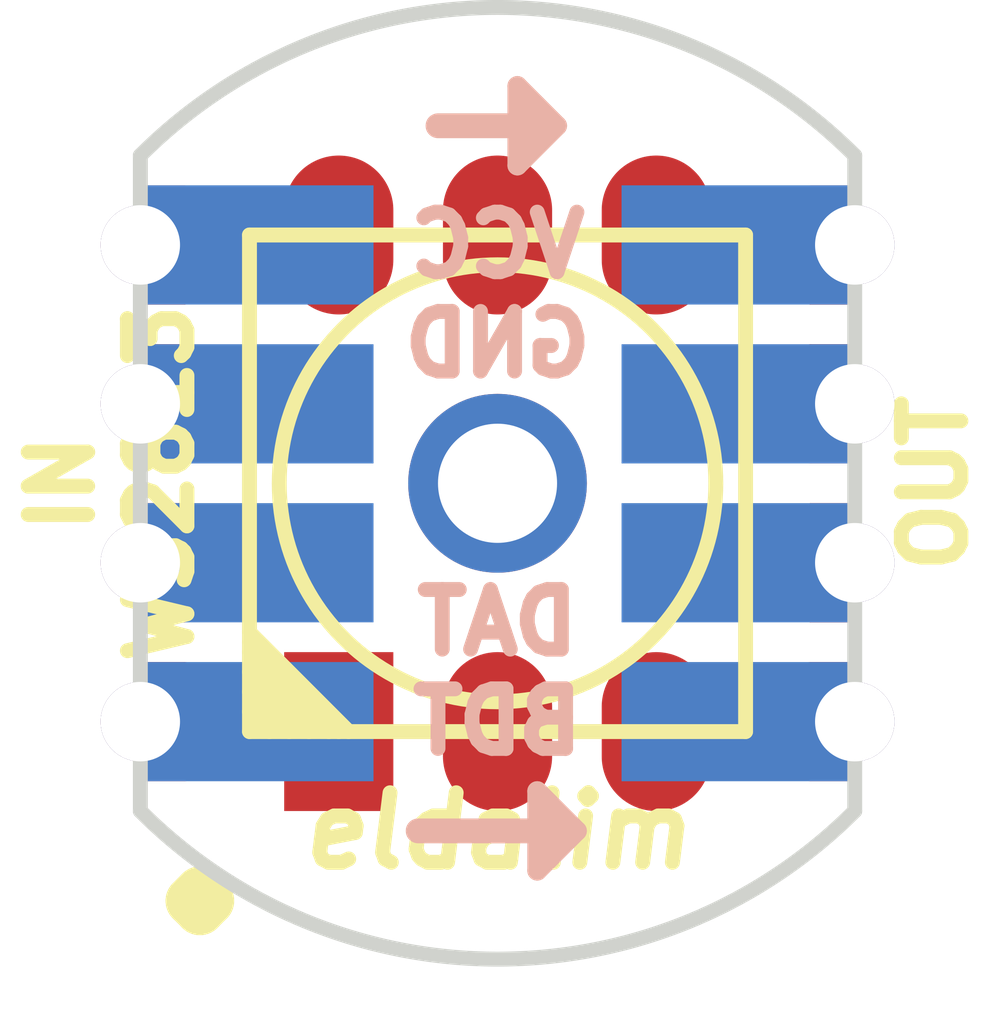
<source format=kicad_pcb>
(kicad_pcb (version 20171130) (host pcbnew "(5.0.0-rc2-dev-596-gcfd2f1d00)")

  (general
    (thickness 1.6)
    (drawings 20)
    (tracks 0)
    (zones 0)
    (modules 4)
    (nets 6)
  )

  (page A4)
  (layers
    (0 F.Cu signal)
    (31 B.Cu signal)
    (36 B.SilkS user)
    (37 F.SilkS user)
    (38 B.Mask user)
    (39 F.Mask user)
    (40 Dwgs.User user)
    (44 Edge.Cuts user)
  )

  (setup
    (last_trace_width 0.2)
    (trace_clearance 0.2)
    (zone_clearance 0.3)
    (zone_45_only no)
    (trace_min 0.2)
    (segment_width 0.15)
    (edge_width 0.15)
    (via_size 0.7)
    (via_drill 0.3)
    (via_min_size 0.7)
    (via_min_drill 0.3)
    (uvia_size 0.7)
    (uvia_drill 0.3)
    (uvias_allowed no)
    (uvia_min_size 0.508)
    (uvia_min_drill 0.127)
    (pcb_text_width 0.3)
    (pcb_text_size 1.5 1.5)
    (mod_edge_width 0.15)
    (mod_text_size 1.5 1.5)
    (mod_text_width 0.15)
    (pad_size 1.2 2.35)
    (pad_drill 0)
    (pad_to_mask_clearance 0.2)
    (aux_axis_origin 100 50)
    (grid_origin 100 50)
    (visible_elements 7FFFFF7F)
    (pcbplotparams
      (layerselection 0x010f0_80000001)
      (usegerberextensions true)
      (usegerberattributes false)
      (usegerberadvancedattributes false)
      (creategerberjobfile false)
      (gerberprecision 5)
      (excludeedgelayer true)
      (linewidth 0.150000)
      (plotframeref false)
      (viasonmask false)
      (mode 1)
      (useauxorigin false)
      (hpglpennumber 1)
      (hpglpenspeed 20)
      (hpglpendiameter 15)
      (psnegative false)
      (psa4output false)
      (plotreference true)
      (plotvalue true)
      (plotinvisibletext false)
      (padsonsilk false)
      (subtractmaskfromsilk false)
      (outputformat 1)
      (mirror false)
      (drillshape 0)
      (scaleselection 1)
      (outputdirectory Gerber/))
  )

  (net 0 "")
  (net 1 GND)
  (net 2 +VCC)
  (net 3 /Din)
  (net 4 /BDin)
  (net 5 /Dout)

  (net_class Default "Это класс цепей по умолчанию."
    (clearance 0.2)
    (trace_width 0.2)
    (via_dia 0.7)
    (via_drill 0.3)
    (uvia_dia 0.7)
    (uvia_drill 0.3)
    (add_net /BDin)
    (add_net /Din)
    (add_net /Dout)
  )

  (net_class wide ""
    (clearance 0.2)
    (trace_width 0.5)
    (via_dia 0.9)
    (via_drill 0.4)
    (uvia_dia 0.7)
    (uvia_drill 0.3)
    (add_net +VCC)
    (add_net GND)
  )

  (module LEDs:WS2813 (layer F.Cu) (tedit 5C519F51) (tstamp 5A0EBD82)
    (at 100 50 270)
    (path /5A0DEBE9)
    (attr smd)
    (fp_text reference HL1 (at 0 -1.5 270) (layer F.SilkS) hide
      (effects (font (size 0.6 0.6) (thickness 0.15)))
    )
    (fp_text value WS2813 (at 0 3.4 270) (layer F.SilkS)
      (effects (font (size 0.6 0.6) (thickness 0.15)))
    )
    (fp_text user . (at 3.4 3) (layer F.SilkS)
      (effects (font (size 2 2) (thickness 0.5)))
    )
    (fp_line (start 1.5 2.5) (end 2.5 1.5) (layer F.SilkS) (width 0.15))
    (fp_line (start 2.5 2.3) (end 2.3 2.5) (layer F.SilkS) (width 0.15))
    (fp_line (start 2.1 2.5) (end 2.5 2.1) (layer F.SilkS) (width 0.15))
    (fp_line (start 2.5 1.9) (end 1.9 2.5) (layer F.SilkS) (width 0.15))
    (fp_line (start 1.7 2.5) (end 2.5 1.7) (layer F.SilkS) (width 0.15))
    (fp_line (start 2.5 1.6) (end 1.6 2.5) (layer F.SilkS) (width 0.15))
    (fp_circle (center 0 0) (end 0 2.2) (layer F.SilkS) (width 0.15))
    (fp_line (start 2.5 -2.5) (end 2.5 2.5) (layer F.SilkS) (width 0.15))
    (fp_line (start 2.5 2.5) (end -2.5 2.5) (layer F.SilkS) (width 0.15))
    (fp_line (start -2.5 2.5) (end -2.5 -2.5) (layer F.SilkS) (width 0.15))
    (fp_line (start -2.5 -2.5) (end 2.5 -2.5) (layer F.SilkS) (width 0.14986))
    (pad 5 smd oval (at -2.5 0 270) (size 1.6 1.1) (layers F.Cu F.Mask)
      (net 1 GND))
    (pad 2 smd oval (at 2.5 0 270) (size 1.6 1.1) (layers F.Cu F.Mask)
      (net 2 +VCC))
    (pad 1 smd rect (at 2.5 1.6 270) (size 1.6 1.1) (layers F.Cu F.Mask)
      (net 2 +VCC))
    (pad 4 smd oval (at -2.5 -1.6 270) (size 1.6 1.1) (layers F.Cu F.Mask)
      (net 3 /Din))
    (pad 6 smd oval (at -2.5 1.6 270) (size 1.6 1.1) (layers F.Cu F.Mask)
      (net 4 /BDin))
    (pad 3 smd oval (at 2.5 -1.6 270) (size 1.6 1.1) (layers F.Cu F.Mask)
      (net 5 /Dout))
  )

  (module PCB_details:Hole_for_M2 (layer F.Cu) (tedit 5C519DA9) (tstamp 5A0EBD87)
    (at 100 50 270)
    (path /5A0DF70B)
    (fp_text reference Hole1 (at 0 2.25 270) (layer F.SilkS) hide
      (effects (font (size 0.127 0.127) (thickness 0.02)))
    )
    (fp_text value HoleMetalled (at 0 -2.25 270) (layer F.SilkS) hide
      (effects (font (size 0.127 0.127) (thickness 0.02)))
    )
    (pad H thru_hole circle (at 0 0 270) (size 1.8 1.8) (drill 1.2) (layers *.Cu *.Mask)
      (net 1 GND) (zone_connect 1))
  )

  (module PCB_details:Castellated_x4_0.8mm (layer F.Cu) (tedit 5C51A808) (tstamp 5C51A833)
    (at 96.4 52.4 90)
    (path /5A0DE699)
    (fp_text reference XP1 (at 2.4 1.4 90) (layer F.SilkS) hide
      (effects (font (size 0.6 0.6) (thickness 0.15)))
    )
    (fp_text value IN (at 2.4 -0.8 90) (layer F.SilkS)
      (effects (font (size 0.6 0.6) (thickness 0.15)))
    )
    (pad 3 smd roundrect (at 3.2 0.45 90) (size 1.2 0.2) (layers F.Cu F.Mask)(roundrect_rratio 0.5)
      (net 3 /Din))
    (pad 3 smd rect (at 3.2 1.175 90) (size 1.2 2.35) (layers B.Cu B.Mask)
      (net 3 /Din))
    (pad 3 smd rect (at 3.2 0.225 90) (size 1.2 0.45) (layers F.Cu F.Mask)
      (net 3 /Din))
    (pad 3 thru_hole circle (at 3.2 0 90) (size 0.8 0.8) (drill 0.8) (layers *.Cu)
      (net 3 /Din) (clearance 0.001))
    (pad 4 thru_hole circle (at 4.8 0 90) (size 0.8 0.8) (drill 0.8) (layers *.Cu)
      (net 4 /BDin) (clearance 0.001))
    (pad 4 smd rect (at 4.8 0.225 90) (size 1.2 0.45) (layers F.Cu F.Mask)
      (net 4 /BDin))
    (pad 4 smd rect (at 4.8 1.175 90) (size 1.2 2.35) (layers B.Cu B.Mask)
      (net 4 /BDin))
    (pad 4 smd roundrect (at 4.8 0.45 90) (size 1.2 0.2) (layers F.Cu F.Mask)(roundrect_rratio 0.5)
      (net 4 /BDin))
    (pad 2 smd roundrect (at 1.6 0.45 90) (size 1.2 0.2) (layers F.Cu F.Mask)(roundrect_rratio 0.5)
      (net 1 GND))
    (pad 2 smd rect (at 1.6 1.175 90) (size 1.2 2.35) (layers B.Cu B.Mask)
      (net 1 GND))
    (pad 2 smd rect (at 1.6 0.225 90) (size 1.2 0.45) (layers F.Cu F.Mask)
      (net 1 GND))
    (pad 2 thru_hole circle (at 1.6 0 90) (size 0.8 0.8) (drill 0.8) (layers *.Cu)
      (net 1 GND) (clearance 0.001))
    (pad 1 thru_hole circle (at 0 0 90) (size 0.8 0.8) (drill 0.8) (layers *.Cu)
      (net 2 +VCC) (clearance 0.001))
    (pad 1 smd rect (at 0 0.225 90) (size 1.2 0.45) (layers F.Cu F.Mask)
      (net 2 +VCC))
    (pad 1 smd rect (at 0 1.175 90) (size 1.2 2.35) (layers B.Cu B.Mask)
      (net 2 +VCC))
    (pad 1 smd roundrect (at 0 0.45 90) (size 1.2 0.2) (layers F.Cu F.Mask)(roundrect_rratio 0.5)
      (net 2 +VCC))
  )

  (module PCB_details:Castellated_x4R_0.8mm (layer F.Cu) (tedit 5C51A7B9) (tstamp 5C51FBF2)
    (at 103.6 52.4 270)
    (path /5A0DE62D)
    (fp_text reference XP2 (at -2.4 1.4 270) (layer F.SilkS) hide
      (effects (font (size 0.6 0.6) (thickness 0.15)))
    )
    (fp_text value OUT (at -2.4 -0.8 270) (layer F.SilkS)
      (effects (font (size 0.6 0.6) (thickness 0.15)))
    )
    (pad 1 smd roundrect (at 0 0.45 270) (size 1.2 0.2) (layers F.Cu F.Mask)(roundrect_rratio 0.5)
      (net 2 +VCC))
    (pad 1 smd rect (at 0 1.175 270) (size 1.2 2.35) (layers B.Cu B.Mask)
      (net 2 +VCC))
    (pad 1 smd rect (at 0 0.225 270) (size 1.2 0.45) (layers F.Cu F.Mask)
      (net 2 +VCC))
    (pad 1 thru_hole circle (at 0 0 270) (size 0.8 0.8) (drill 0.8) (layers *.Cu)
      (net 2 +VCC) (clearance 0.001))
    (pad 2 thru_hole circle (at -1.6 0 270) (size 0.8 0.8) (drill 0.8) (layers *.Cu)
      (net 1 GND) (clearance 0.001))
    (pad 2 smd rect (at -1.6 0.225 270) (size 1.2 0.45) (layers F.Cu F.Mask)
      (net 1 GND))
    (pad 2 smd rect (at -1.6 1.175 270) (size 1.2 2.35) (layers B.Cu B.Mask)
      (net 1 GND))
    (pad 2 smd roundrect (at -1.6 0.45 270) (size 1.2 0.2) (layers F.Cu F.Mask)(roundrect_rratio 0.5)
      (net 1 GND))
    (pad 4 smd roundrect (at -4.8 0.45 270) (size 1.2 0.2) (layers F.Cu F.Mask)(roundrect_rratio 0.5)
      (net 3 /Din))
    (pad 4 smd rect (at -4.8 1.175 270) (size 1.2 2.35) (layers B.Cu B.Mask)
      (net 3 /Din))
    (pad 4 smd rect (at -4.8 0.225 270) (size 1.2 0.45) (layers F.Cu F.Mask)
      (net 3 /Din))
    (pad 4 thru_hole circle (at -4.8 0 270) (size 0.8 0.8) (drill 0.8) (layers *.Cu)
      (net 3 /Din) (clearance 0.001))
    (pad 3 thru_hole circle (at -3.2 0 270) (size 0.8 0.8) (drill 0.8) (layers *.Cu)
      (net 5 /Dout) (clearance 0.001))
    (pad 3 smd rect (at -3.2 0.225 270) (size 1.2 0.45) (layers F.Cu F.Mask)
      (net 5 /Dout))
    (pad 3 smd rect (at -3.2 1.175 270) (size 1.2 2.35) (layers B.Cu B.Mask)
      (net 5 /Dout))
    (pad 3 smd roundrect (at -3.2 0.45 270) (size 1.2 0.2) (layers F.Cu F.Mask)(roundrect_rratio 0.5)
      (net 5 /Dout))
  )

  (gr_arc (start 100 50.3) (end 96.4 46.7) (angle 90) (layer Edge.Cuts) (width 0.15))
  (gr_arc (start 100 49.7) (end 103.6 53.3) (angle 90) (layer Edge.Cuts) (width 0.15))
  (gr_line (start 96.4 46.7) (end 96.4 53.3) (angle 90) (layer Edge.Cuts) (width 0.15))
  (gr_line (start 103.6 53.3) (end 103.6 46.7) (angle 90) (layer Edge.Cuts) (width 0.15))
  (gr_line (start 100.4 53.9) (end 100.8 53.5) (angle 90) (layer B.SilkS) (width 0.2))
  (gr_line (start 100.4 53.1) (end 100.4 53.9) (angle 90) (layer B.SilkS) (width 0.2))
  (gr_line (start 100.5 53.8) (end 100.5 53.2) (angle 90) (layer B.SilkS) (width 0.15))
  (gr_line (start 100.8 53.5) (end 100.4 53.1) (angle 90) (layer B.SilkS) (width 0.2))
  (gr_line (start 100.7 53.5) (end 99.2 53.5) (angle 90) (layer B.SilkS) (width 0.25))
  (gr_line (start 99.4 46.4) (end 100.5 46.4) (angle 90) (layer B.SilkS) (width 0.25) (tstamp 5A11FFAF))
  (gr_line (start 100.3 46.1) (end 100.3 46.7) (angle 90) (layer B.SilkS) (width 0.15))
  (gr_text eldalim (at 100 53.5) (layer F.SilkS)
    (effects (font (size 0.7 0.7) (thickness 0.15) italic))
  )
  (gr_line (start 100.2 46.8) (end 100.6 46.4) (angle 90) (layer B.SilkS) (width 0.2))
  (gr_line (start 100.2 46) (end 100.2 46.8) (angle 90) (layer B.SilkS) (width 0.2))
  (gr_line (start 100.6 46.4) (end 100.2 46) (angle 90) (layer B.SilkS) (width 0.2))
  (gr_text BDT (at 100 52.4) (layer B.SilkS)
    (effects (font (size 0.6 0.6) (thickness 0.15)) (justify mirror))
  )
  (gr_text DAT (at 100 51.4) (layer B.SilkS)
    (effects (font (size 0.6 0.6) (thickness 0.15)) (justify mirror))
  )
  (gr_text GND (at 100 48.6) (layer B.SilkS)
    (effects (font (size 0.6 0.6) (thickness 0.15)) (justify mirror))
  )
  (gr_text VCC (at 100 47.6) (layer B.SilkS)
    (effects (font (size 0.6 0.6) (thickness 0.15)) (justify mirror))
  )
  (gr_circle (center 100 50) (end 95.5 50) (layer Dwgs.User) (width 0.15) (tstamp 5A120126))

)

</source>
